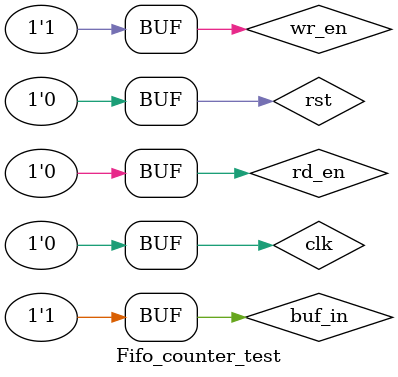
<source format=v>
`timescale 1ns / 1ps


module Fifo_counter_test;

	// Inputs
	reg clk;
	reg rst;
	reg buf_in;
	reg wr_en;
	reg rd_en;

	// Outputs
	wire buf_out;
	wire buf_empty;
	wire buf_full;
	wire [6:0] fifo_counter;

	// Instantiate the Unit Under Test (UUT)
	FIFO_counter_synchronous uut (
		.clk(clk), 
		.rst(rst), 
		.buf_in(buf_in), 
		.buf_out(buf_out), 
		.wr_en(wr_en), 
		.rd_en(rd_en), 
		.buf_empty(buf_empty), 
		.buf_full(buf_full), 
		.fifo_counter(fifo_counter)
	);
initial
begin
clk=0;
repeat(50)
 begin
 #10 clk=~clk;
 end
 end
 
 
	initial begin
		// Initialize Inputs
		
      rst = 1;
		buf_in = 0;
		wr_en = 0;
		rd_en = 0;
		#10;
		
		rst = 0;
		buf_in = 1;
		wr_en = 1;
		rd_en = 0;
		#20;
		
		rst = 0;
		buf_in = 1;
		wr_en = 1;
		rd_en = 0;
		#20;
		
		rst = 0;
		buf_in = 1;
		wr_en = 0;
		rd_en = 1;
		#20;
		
		rst = 0;
		buf_in = 1;
		wr_en = 1;
		rd_en = 0;
		#20;
		
		rst = 0;
		buf_in = 1;
		wr_en = 1;
		rd_en = 0;
		#20;
		rst = 0;
		buf_in = 1;
		wr_en = 0;
		rd_en = 1;
		#20;
		rst = 0;
		buf_in = 1;
		wr_en = 0;
		rd_en = 1;
		#20;
		rst = 0;
		buf_in = 1;
		wr_en = 1;
		rd_en = 0;
		#20;
        
		// Add stimulus here

	end
      
		initial 
		$monitor($time , "fifo counter = %d",fifo_counter );
		
		
endmodule


</source>
